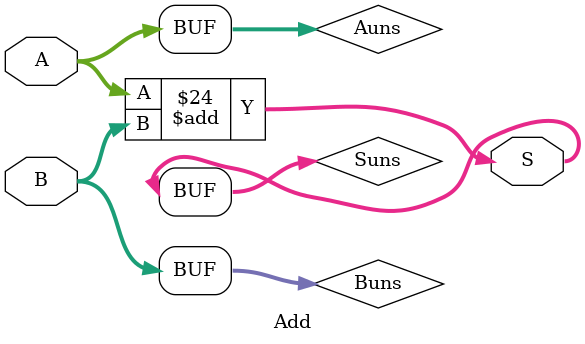
<source format=sv>

function automatic integer log2floor;
    input integer n;
    integer m;
    integer p;
    begin
        m = -1;
        p = 1;
        while (p <= n) begin
            m = m + 1;
            p = p * 2;
        end
        log2floor = m;
    end
endfunction


// Copyright 2024 ETH Zurich and University of Bologna.
// Solderpad Hardware License, Version 0.51, see LICENSE for details.
// SPDX-License-Identifier: SHL-0.51
//
// Based on the work by Reto Zimmermann 1998 - ETH Zürich
// Originally written in VHDL, available under: 
// https://iis-people.ee.ethz.ch/~zimmi/arith_lib.html#library
//
// Authors:
// - Thomas Benz <tbenz@iis.ee.ethz.ch>
// - Philippe Sauter <phsauter@iis.ee.ethz.ch>
// - Paul Scheffler <paulsc@iis.ee.ethz.ch>
//
// Description :
// Multiplier for unsigned numbers (Brown) using carry-save adder and
// final adder.
// P = X*Y

module MulUns #(
	parameter int widthX = 16,  // word width of X (X <= Y)
	parameter int widthY = 16,  // word width of Y
	parameter int speed = 0  // performance parameter
) (
	input logic [widthX-1:0] X,  // multiplier
	input logic [widthY-1:0] Y,  // multiplicand
	output logic [widthX+widthY-1:0] P  // product
);

	logic [widthX*(widthX+widthY)-1:0] PP;  // partial products
	logic [widthX+widthY-1:0] ST, CT;  // intermediate sum/carry bits

	// Generation of partial products
	MulPPGenUns #(
		.widthX(widthX),
		.widthY(widthY)
	) ppGen (
		.X (X),
		.Y (Y),
		.PP(PP)
	);

	// Carry-save addition of partial products
	AddMopCsv #(
		.width(widthX+widthY),
		.depth(widthX),
		.speed (speed)
	) csvAdd (
		.A(PP),
		.S(ST),
		.C(CT)
	);

	// Final carry-propagate addition
	Add #(
		.width(widthX+widthY),
		.speed(speed)
	) cpAdd (
		.A(ST),
		.B(CT),
		.S(P)
	);

endmodule



// module behavioural_MulUns #(
// 	parameter int widthX = 16,  // word width of X (X <= Y)
// 	parameter int widthY = 16,  // word width of Y
// 	parameter int speed = 0  // performance parameter
// ) (
// 	input logic [widthX-1:0] X,  // multiplier
// 	input logic [widthY-1:0] Y,  // multiplicand
// 	output logic [widthX+widthY-1:0] P  // product
// );
// 	assign P = unsigned'(X) * unsigned'(Y);
// endmodule

module Cpr #(
	parameter int              depth = 4,             // number of input bits
	parameter int speed = 0  // performance parameter
) (
	input  logic [depth-1:0] A,   // input bits
	input  logic [depth-4:0] CI,  // intermediate carries in
	output logic             S,   // sum out
	output logic             C,   // carry out
	output logic [depth-4:0] CO   // intermediate carries out
);

	logic [depth+2*(depth-2)-1:0] F;  // FIFO vector of internal signals
	logic [            depth-3:0] CIT, COT;  // temp. int. carries

	// put input bits to beginning of FIFO vector
	assign F[depth-1:0] = A;

	// temporary intermediate carries in
	assign CIT[depth-3:0] = {1'b0, CI[depth-4:0]};

	// compressor with linear structure
	if (speed == 0) begin : slowCpr
		// first full-adder
		FullAdder fa0 (
			.A (F[0]),
			.B (F[1]),
			.CI(F[2]),
			.S (F[depth]),
			.CO(COT[0])
		);

		// linear arrangement of full-adders
		for (genvar i = 1; i < depth-2; i++) begin : linear
			FullAdder fa (
				.A (F[i+2]),
				.B (CIT[i-1]),
				.CI(F[depth+(i-1)*2]),
				.S (F[depth+i*2]),
				.CO(COT[i])
			);
		end
	end  // compressor with tree structure
	else begin : fastCpr
		// tree arrangement of full-adders

		for (genvar i = 0; i < depth-2; i++) begin : tree
			// take inputs from beginning of FIFO vector
			// attach sum output to end of FIFO vector
			// put carry output to intermediate carry-out
			FullAdder fa (
				.A (F[i*3]),
				.B (F[i*3+1]),
				.CI(F[i*3+2]),
				.S (F[depth+i*2]),
				.CO(COT[i])
			);
			// attach intermediate carry-in to end of FIFO vector
			assign F[depth+i*2+1] = CIT[i];
		end
	end

	// intermediate carries out
	assign CO = COT[depth-4:0];

	// sum and carry out
	assign S  = F[3*depth-6];
	assign C  = COT[depth-3];

endmodule

module AddMopCsv #(
	parameter int              width = 8,             // word width
	parameter int              depth = 4,             // number of operands
	parameter int speed = 0  // performance parameter
) (
	input  logic [(depth*width)-1:0] A,  // operands
	output logic [        width-1:0] S,  // sum
	output logic [        width-1:0] C   // carry vector
);

	logic [      (depth*width)-1:0] AT;  // re-arranged inputs
	logic [(depth-3)*(width+1)-1:0] CI;  // intermediate carries
	logic [              width-1:0] CT;  // unshifted output carries

	// re-arrange input bits: group bits of same magnitude
	always_comb begin : swizzle
		for (int k = 0; k < depth; k++) begin
			for (int i = 0; i < width; i++) begin
				AT[i*depth+k] = A[k*width+i];
			end
		end
	end

	// set intermediate carries into first slice
	assign CI[depth-4:0] = 1'b0;

	// carry-save addition using (m,2) compressor bit-slices
	for (genvar i = 0; i < width; i++) begin : bits
		Cpr #(
			.depth(depth),
			.speed(speed)
		) slice (
			.A (AT[(i+1)*depth -1 : i*depth]),
			.CI(CI[(i+1)*(depth-3) -1 : i*(depth-3)]),
			.S (S[i]),
			.C (CT[i]),
			.CO(CI[(i+2)*(depth-3) -1 : (i+1)*(depth-3)])
		);
	end

	// shift left output carries by one position
	assign C = {CT[width-2:0], 1'b0};

endmodule

module MulPPGenUns #(
	parameter widthX = 8,  // word width of X
	parameter widthY = 8
)  // word width of Y
(
	input logic [widthX-1:0] X,  // multiplier
	input logic [widthY-1:0] Y,  // multiplicand
	output logic [widthX*(widthX+widthY)-1:0] PP
);

	// width of single part. prod.
	localparam widthP = widthX + widthY;

	logic [widthX*widthP-1:0] ppt;  // partial products

	always_comb begin : ppGen
		ppt = '0;  // partial products

		// partial products x(i)y(k)
		for (int i = 0; i < widthX; i++) begin
			for (int k = 0; k < widthY; k++) begin
				ppt[i*widthP+i+k] = X[i] & Y[k];
			end
		end

		PP = ppt;
	end

endmodule

module PrefixAndOr #(
	parameter int              width = 8,             // word width
	parameter int speed = 0  // performance parameter
) (
	input  logic [width-1:0] GI,  // gen./prop. in
	input  logic [width-1:0] PI,  // gen./prop. in
	output logic [width-1:0] GO,  // gen./prop. out
	output logic [width-1:0] PO   // gen./prop. out
);

	// Constants
	localparam int n = width;  // prefix structure width
	localparam int m = $clog2(width);  // prefix structure depth

	// Sklansky parallel-prefix carry-lookahead structure
	if (speed == 2) begin : fastPrefix
		logic [(m+1)*n-1:0] GT, PT;  // gen./prop. temp
			assign GT[n-1:0] = GI;
			assign PT[n-1:0] = PI;
			for (genvar l = 1; l <= m; l++) begin : levels
				for (genvar k = 0; k < 2 ** (m - l); k++) begin : groups
					for (genvar i = 0; i < 2 ** (l - 1); i++) begin : bits
						// pass prop and gen to following nodes
						if ((k * 2 ** l + i) < n) begin : white
							assign GT[l*n+k*2**l+i] = GT[(l-1)*n+k*2**l+i];
							assign PT[l*n+k*2**l+i] = PT[(l-1)*n+k*2**l+i];
						end
						// calculate new propagate and generate
						if ((k * 2 ** l + 2 ** (l - 1) + i) < n) begin : black
							assign GT[l*n + k*2**l + 2**(l-1) + i] = 
												GT[(l-1)*n + k*2**l + 2**(l-1) + i]
											  | (  PT[(l-1)*n + k*2**l + 2**(l-1) + i]
												 & GT[(l-1)*n + k*2**l + 2**(l-1) - 1] );
							assign PT[l*n + k*2**l + 2**(l-1) + i] = 
													PT[(l-1)*n + k*2**l + 2**(l-1) + i]
												  & PT[(l-1)*n + k*2**l + 2**(l-1) - 1];
						end
					end
				end
			end
			assign GO = GT[(m+1)*n-1 : m*n];
			assign PO = PT[(m+1)*n-1 : m*n];
	end

	// Brent-Kung parallel-prefix carry-lookahead structure
	if (speed == 1) begin : mediumPrefix
		logic [(2*m)*n -1:0] GT, PT;  // gen./prop. temp
		assign GT[n-1:0] = GI;
		assign PT[n-1:0] = PI;

		for (genvar l = 1; l <= m; l++) begin : levels1
			for (genvar k = 0; k < 2**(m-l); k++) begin : groups
				for (genvar i = 0; i < 2**l -1; i++) begin : bits
					if ((k* 2**l +i) < n) begin : white
						assign GT[l*n + k* 2**l +i] = GT[(l-1)*n + k* 2**l +i];
						assign PT[l*n + k* 2**l +i] = PT[(l-1)*n + k* 2**l +i];
					end // white
				end // bits
				if ((k* 2**l + 2**l -1) < n) begin : black
					assign GT[l*n + k* 2**l + 2**l -1] =
								GT[(l-1)*n + k* 2**l + 2**l - 1] |
							  | (  PT[(l-1)*n + k* 2**l + 2**l     -1] 
							     & GT[(l-1)*n + k* 2**l + 2**(l-1) -1]);
					assign PT[l*n + k* 2**l + 2**l -1] =
								PT[(l-1)*n + k*2**l + 2**l     -1] 
							  & PT[(l-1)*n + k*2**l + 2**(l-1) -1];
				end // black
			end
		end // level1
		for (genvar l = m +1; l < 2*m; l++) begin : levels2
			for (genvar i = 0; i < 2**(2*m -l); i++) begin : bits
				if (i < n) begin : white
					assign GT[l*n +i] = GT[(l-1)*n +i];
					assign PT[l*n +i] = PT[(l-1)*n +i];
				end // white
			end // bits
			for (genvar k = 1; k < 2**(l-m); k++) begin : groups
				if (l < 2*m -1) begin : empty
					for (genvar i = 0; i < 2**(2*m -l -1) -1; i++) begin : bits
						if ((k* 2**(2*m -l) +i) < n) begin : white
							assign GT[l*n + k* 2**(2*m -l) +i] = GT[(l-1)*n + k* 2**(2*m -l) +i];
							assign PT[l*n + k* 2**(2*m -l) +i] = PT[(l-1)*n + k* 2**(2*m -l) +i];
						end // white
					end
				end // empty
				if ((k* 2**(2*m -l) + 2**(2*m -l -1) -1) < n) begin : black
					assign GT[l*n + k* 2**(2*m -l) + 2**(2*m -l-1) -1] = 
								GT[(l-1)*n + k* 2**(2*m-l) + 2**(2*m -l-1) -1]
							  | (  PT[(l-1)*n + k* 2**(2*m-l) + 2**(2*m-l-1) -1] 
								 & GT[(l-1)*n + k* 2**(2*m-l) -1] );
					assign PT[l*n + k* 2**(2*m -l) + 2**(2*m -l-1) -1] = 
								PT[(l-1)*n + k* 2**(2*m -l) + 2**(2*m -l-1) -1]
							  & PT[(l-1)*n + k* 2**(2*m -l) -1];
				end // black
				for (genvar i = 2**(2*m -l-1); i < 2**(2*m -l); i++) begin : bits
					if ((k* 2**(2*m -l) +i) < n) begin : white
						assign GT[l*n + k* 2**(2*m -l) +i] = GT[(l-1)*n + k* 2**(2*m -l) +i];
						assign PT[l*n + k* 2**(2*m -l) +i] = PT[(l-1)*n + k* 2**(2*m -l) +i];
					end // white
				end
			end
		end // level2
		assign GO = GT[2*m*n -1 : (2*m -1) * n];
		assign PO = PT[2*m*n -1 : (2*m -1) * n];
	end  // Serial-prefix carry-lookahead structure
	else if (speed == 0) begin : slowPrefix
		logic [n-1:0] GT, PT;  // gen./prop. temp
		assign GT[0] = GI[0];
		assign PT[0] = PI[0];
		
		for (genvar i = 1; i < n; i++) begin : bits
			assign GT[i] = GI[i] | (PI[i] & GT[i-1]);
			assign PT[i] = PI[i] & PT[i-1];
		end
		assign GO = GT;
		assign PO = PT;
	end

endmodule

module Add #(
	parameter int              width = 8,             // word width
	parameter int speed = 0  // performance parameter
) (
	input  logic [width-1:0] A,  // operands
	input  logic [width-1:0] B,
	output logic [width-1:0] S   // sum
);

	// Function: Binary adder using parallel-prefix carry-lookahead logic.

	logic [width-1:0] GI, PI;  // prefix gen./prop. in
	logic [width-1:0] GO, PO;  // prefix gen./prop. out
	logic [width-1:0] PT;  // adder propagate temp

	// Internal signals for unsigned operands
	logic [width-1:0] Auns, Buns, Suns;

	// default ripple-carry adder as slow implementation
	if (speed == 0) begin
		// type conversion: std_logic_vector -> unsigned
		assign Auns = A;
		assign Buns = B;

		// addition
		assign Suns = Auns + Buns;

		// type conversion: unsigned -> std_logic_vector
		assign S = Suns;
	end else begin
		// parallel-prefix adders as medium and fast implementations

		// calculate prefix input generate/propagate signals
		assign GI = A & B;
		assign PI = A | B;
		// calculate adder propagate signals (PT = A xor B)
		assign PT = ~GI & PI;

		// calculate prefix output generate/propagate signals
		PrefixAndOr #(
			.width(width),
			.speed(speed)
		) prefix (
			.GI(GI),
			.PI(PI),
			.GO(GO),
			.PO(PO)
		);

		// calculate sum bits
		assign S = PT ^ {GO[width-2:0], 1'b0};
	end
endmodule
</source>
